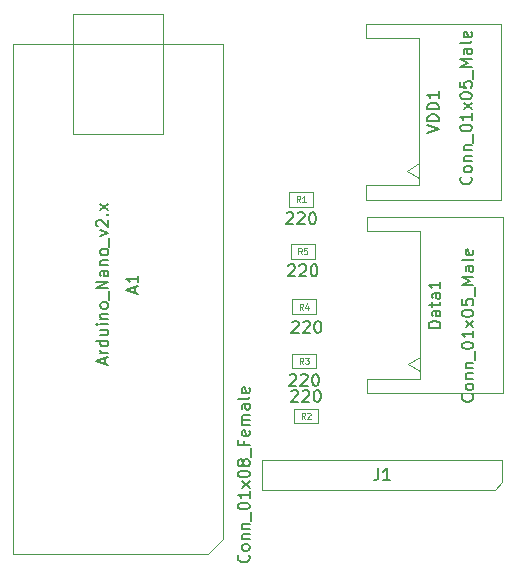
<source format=gbr>
%TF.GenerationSoftware,KiCad,Pcbnew,(6.0.7)*%
%TF.CreationDate,2023-03-11T00:51:03-05:00*%
%TF.ProjectId,GNERAL,474e4552-414c-42e6-9b69-6361645f7063,rev?*%
%TF.SameCoordinates,Original*%
%TF.FileFunction,AssemblyDrawing,Top*%
%FSLAX46Y46*%
G04 Gerber Fmt 4.6, Leading zero omitted, Abs format (unit mm)*
G04 Created by KiCad (PCBNEW (6.0.7)) date 2023-03-11 00:51:03*
%MOMM*%
%LPD*%
G01*
G04 APERTURE LIST*
%ADD10C,0.150000*%
%ADD11C,0.080000*%
%ADD12C,0.100000*%
G04 APERTURE END LIST*
D10*
%TO.C,R5*%
X153611904Y-93767619D02*
X153659523Y-93720000D01*
X153754761Y-93672380D01*
X153992857Y-93672380D01*
X154088095Y-93720000D01*
X154135714Y-93767619D01*
X154183333Y-93862857D01*
X154183333Y-93958095D01*
X154135714Y-94100952D01*
X153564285Y-94672380D01*
X154183333Y-94672380D01*
X154564285Y-93767619D02*
X154611904Y-93720000D01*
X154707142Y-93672380D01*
X154945238Y-93672380D01*
X155040476Y-93720000D01*
X155088095Y-93767619D01*
X155135714Y-93862857D01*
X155135714Y-93958095D01*
X155088095Y-94100952D01*
X154516666Y-94672380D01*
X155135714Y-94672380D01*
X155754761Y-93672380D02*
X155850000Y-93672380D01*
X155945238Y-93720000D01*
X155992857Y-93767619D01*
X156040476Y-93862857D01*
X156088095Y-94053333D01*
X156088095Y-94291428D01*
X156040476Y-94481904D01*
X155992857Y-94577142D01*
X155945238Y-94624761D01*
X155850000Y-94672380D01*
X155754761Y-94672380D01*
X155659523Y-94624761D01*
X155611904Y-94577142D01*
X155564285Y-94481904D01*
X155516666Y-94291428D01*
X155516666Y-94053333D01*
X155564285Y-93862857D01*
X155611904Y-93767619D01*
X155659523Y-93720000D01*
X155754761Y-93672380D01*
D11*
X154766666Y-92796190D02*
X154600000Y-92558095D01*
X154480952Y-92796190D02*
X154480952Y-92296190D01*
X154671428Y-92296190D01*
X154719047Y-92320000D01*
X154742857Y-92343809D01*
X154766666Y-92391428D01*
X154766666Y-92462857D01*
X154742857Y-92510476D01*
X154719047Y-92534285D01*
X154671428Y-92558095D01*
X154480952Y-92558095D01*
X155219047Y-92296190D02*
X154980952Y-92296190D01*
X154957142Y-92534285D01*
X154980952Y-92510476D01*
X155028571Y-92486666D01*
X155147619Y-92486666D01*
X155195238Y-92510476D01*
X155219047Y-92534285D01*
X155242857Y-92581904D01*
X155242857Y-92700952D01*
X155219047Y-92748571D01*
X155195238Y-92772380D01*
X155147619Y-92796190D01*
X155028571Y-92796190D01*
X154980952Y-92772380D01*
X154957142Y-92748571D01*
D10*
%TO.C,A1*%
X138086666Y-102068095D02*
X138086666Y-101591904D01*
X138372380Y-102163333D02*
X137372380Y-101830000D01*
X138372380Y-101496666D01*
X138372380Y-101163333D02*
X137705714Y-101163333D01*
X137896190Y-101163333D02*
X137800952Y-101115714D01*
X137753333Y-101068095D01*
X137705714Y-100972857D01*
X137705714Y-100877619D01*
X138372380Y-100115714D02*
X137372380Y-100115714D01*
X138324761Y-100115714D02*
X138372380Y-100210952D01*
X138372380Y-100401428D01*
X138324761Y-100496666D01*
X138277142Y-100544285D01*
X138181904Y-100591904D01*
X137896190Y-100591904D01*
X137800952Y-100544285D01*
X137753333Y-100496666D01*
X137705714Y-100401428D01*
X137705714Y-100210952D01*
X137753333Y-100115714D01*
X137705714Y-99210952D02*
X138372380Y-99210952D01*
X137705714Y-99639523D02*
X138229523Y-99639523D01*
X138324761Y-99591904D01*
X138372380Y-99496666D01*
X138372380Y-99353809D01*
X138324761Y-99258571D01*
X138277142Y-99210952D01*
X138372380Y-98734761D02*
X137705714Y-98734761D01*
X137372380Y-98734761D02*
X137420000Y-98782380D01*
X137467619Y-98734761D01*
X137420000Y-98687142D01*
X137372380Y-98734761D01*
X137467619Y-98734761D01*
X137705714Y-98258571D02*
X138372380Y-98258571D01*
X137800952Y-98258571D02*
X137753333Y-98210952D01*
X137705714Y-98115714D01*
X137705714Y-97972857D01*
X137753333Y-97877619D01*
X137848571Y-97830000D01*
X138372380Y-97830000D01*
X138372380Y-97210952D02*
X138324761Y-97306190D01*
X138277142Y-97353809D01*
X138181904Y-97401428D01*
X137896190Y-97401428D01*
X137800952Y-97353809D01*
X137753333Y-97306190D01*
X137705714Y-97210952D01*
X137705714Y-97068095D01*
X137753333Y-96972857D01*
X137800952Y-96925238D01*
X137896190Y-96877619D01*
X138181904Y-96877619D01*
X138277142Y-96925238D01*
X138324761Y-96972857D01*
X138372380Y-97068095D01*
X138372380Y-97210952D01*
X138467619Y-96687142D02*
X138467619Y-95925238D01*
X138372380Y-95687142D02*
X137372380Y-95687142D01*
X138372380Y-95115714D01*
X137372380Y-95115714D01*
X138372380Y-94210952D02*
X137848571Y-94210952D01*
X137753333Y-94258571D01*
X137705714Y-94353809D01*
X137705714Y-94544285D01*
X137753333Y-94639523D01*
X138324761Y-94210952D02*
X138372380Y-94306190D01*
X138372380Y-94544285D01*
X138324761Y-94639523D01*
X138229523Y-94687142D01*
X138134285Y-94687142D01*
X138039047Y-94639523D01*
X137991428Y-94544285D01*
X137991428Y-94306190D01*
X137943809Y-94210952D01*
X137705714Y-93734761D02*
X138372380Y-93734761D01*
X137800952Y-93734761D02*
X137753333Y-93687142D01*
X137705714Y-93591904D01*
X137705714Y-93449047D01*
X137753333Y-93353809D01*
X137848571Y-93306190D01*
X138372380Y-93306190D01*
X138372380Y-92687142D02*
X138324761Y-92782380D01*
X138277142Y-92830000D01*
X138181904Y-92877619D01*
X137896190Y-92877619D01*
X137800952Y-92830000D01*
X137753333Y-92782380D01*
X137705714Y-92687142D01*
X137705714Y-92544285D01*
X137753333Y-92449047D01*
X137800952Y-92401428D01*
X137896190Y-92353809D01*
X138181904Y-92353809D01*
X138277142Y-92401428D01*
X138324761Y-92449047D01*
X138372380Y-92544285D01*
X138372380Y-92687142D01*
X138467619Y-92163333D02*
X138467619Y-91401428D01*
X137705714Y-91258571D02*
X138372380Y-91020476D01*
X137705714Y-90782380D01*
X137467619Y-90449047D02*
X137420000Y-90401428D01*
X137372380Y-90306190D01*
X137372380Y-90068095D01*
X137420000Y-89972857D01*
X137467619Y-89925238D01*
X137562857Y-89877619D01*
X137658095Y-89877619D01*
X137800952Y-89925238D01*
X138372380Y-90496666D01*
X138372380Y-89877619D01*
X138277142Y-89449047D02*
X138324761Y-89401428D01*
X138372380Y-89449047D01*
X138324761Y-89496666D01*
X138277142Y-89449047D01*
X138372380Y-89449047D01*
X138372380Y-89068095D02*
X137705714Y-88544285D01*
X137705714Y-89068095D02*
X138372380Y-88544285D01*
X140626666Y-96044285D02*
X140626666Y-95568095D01*
X140912380Y-96139523D02*
X139912380Y-95806190D01*
X140912380Y-95472857D01*
X140912380Y-94615714D02*
X140912380Y-95187142D01*
X140912380Y-94901428D02*
X139912380Y-94901428D01*
X140055238Y-94996666D01*
X140150476Y-95091904D01*
X140198095Y-95187142D01*
%TO.C,R4*%
X153931904Y-98567619D02*
X153979523Y-98520000D01*
X154074761Y-98472380D01*
X154312857Y-98472380D01*
X154408095Y-98520000D01*
X154455714Y-98567619D01*
X154503333Y-98662857D01*
X154503333Y-98758095D01*
X154455714Y-98900952D01*
X153884285Y-99472380D01*
X154503333Y-99472380D01*
X154884285Y-98567619D02*
X154931904Y-98520000D01*
X155027142Y-98472380D01*
X155265238Y-98472380D01*
X155360476Y-98520000D01*
X155408095Y-98567619D01*
X155455714Y-98662857D01*
X155455714Y-98758095D01*
X155408095Y-98900952D01*
X154836666Y-99472380D01*
X155455714Y-99472380D01*
X156074761Y-98472380D02*
X156170000Y-98472380D01*
X156265238Y-98520000D01*
X156312857Y-98567619D01*
X156360476Y-98662857D01*
X156408095Y-98853333D01*
X156408095Y-99091428D01*
X156360476Y-99281904D01*
X156312857Y-99377142D01*
X156265238Y-99424761D01*
X156170000Y-99472380D01*
X156074761Y-99472380D01*
X155979523Y-99424761D01*
X155931904Y-99377142D01*
X155884285Y-99281904D01*
X155836666Y-99091428D01*
X155836666Y-98853333D01*
X155884285Y-98662857D01*
X155931904Y-98567619D01*
X155979523Y-98520000D01*
X156074761Y-98472380D01*
D11*
X154876666Y-97486190D02*
X154710000Y-97248095D01*
X154590952Y-97486190D02*
X154590952Y-96986190D01*
X154781428Y-96986190D01*
X154829047Y-97010000D01*
X154852857Y-97033809D01*
X154876666Y-97081428D01*
X154876666Y-97152857D01*
X154852857Y-97200476D01*
X154829047Y-97224285D01*
X154781428Y-97248095D01*
X154590952Y-97248095D01*
X155305238Y-97152857D02*
X155305238Y-97486190D01*
X155186190Y-96962380D02*
X155067142Y-97319523D01*
X155376666Y-97319523D01*
D10*
%TO.C,R1*%
X153471904Y-89347619D02*
X153519523Y-89300000D01*
X153614761Y-89252380D01*
X153852857Y-89252380D01*
X153948095Y-89300000D01*
X153995714Y-89347619D01*
X154043333Y-89442857D01*
X154043333Y-89538095D01*
X153995714Y-89680952D01*
X153424285Y-90252380D01*
X154043333Y-90252380D01*
X154424285Y-89347619D02*
X154471904Y-89300000D01*
X154567142Y-89252380D01*
X154805238Y-89252380D01*
X154900476Y-89300000D01*
X154948095Y-89347619D01*
X154995714Y-89442857D01*
X154995714Y-89538095D01*
X154948095Y-89680952D01*
X154376666Y-90252380D01*
X154995714Y-90252380D01*
X155614761Y-89252380D02*
X155710000Y-89252380D01*
X155805238Y-89300000D01*
X155852857Y-89347619D01*
X155900476Y-89442857D01*
X155948095Y-89633333D01*
X155948095Y-89871428D01*
X155900476Y-90061904D01*
X155852857Y-90157142D01*
X155805238Y-90204761D01*
X155710000Y-90252380D01*
X155614761Y-90252380D01*
X155519523Y-90204761D01*
X155471904Y-90157142D01*
X155424285Y-90061904D01*
X155376666Y-89871428D01*
X155376666Y-89633333D01*
X155424285Y-89442857D01*
X155471904Y-89347619D01*
X155519523Y-89300000D01*
X155614761Y-89252380D01*
D11*
X154626666Y-88376190D02*
X154460000Y-88138095D01*
X154340952Y-88376190D02*
X154340952Y-87876190D01*
X154531428Y-87876190D01*
X154579047Y-87900000D01*
X154602857Y-87923809D01*
X154626666Y-87971428D01*
X154626666Y-88042857D01*
X154602857Y-88090476D01*
X154579047Y-88114285D01*
X154531428Y-88138095D01*
X154340952Y-88138095D01*
X155102857Y-88376190D02*
X154817142Y-88376190D01*
X154960000Y-88376190D02*
X154960000Y-87876190D01*
X154912380Y-87947619D01*
X154864761Y-87995238D01*
X154817142Y-88019047D01*
D10*
%TO.C,J1*%
X150257142Y-118275714D02*
X150304761Y-118323333D01*
X150352380Y-118466190D01*
X150352380Y-118561428D01*
X150304761Y-118704285D01*
X150209523Y-118799523D01*
X150114285Y-118847142D01*
X149923809Y-118894761D01*
X149780952Y-118894761D01*
X149590476Y-118847142D01*
X149495238Y-118799523D01*
X149400000Y-118704285D01*
X149352380Y-118561428D01*
X149352380Y-118466190D01*
X149400000Y-118323333D01*
X149447619Y-118275714D01*
X150352380Y-117704285D02*
X150304761Y-117799523D01*
X150257142Y-117847142D01*
X150161904Y-117894761D01*
X149876190Y-117894761D01*
X149780952Y-117847142D01*
X149733333Y-117799523D01*
X149685714Y-117704285D01*
X149685714Y-117561428D01*
X149733333Y-117466190D01*
X149780952Y-117418571D01*
X149876190Y-117370952D01*
X150161904Y-117370952D01*
X150257142Y-117418571D01*
X150304761Y-117466190D01*
X150352380Y-117561428D01*
X150352380Y-117704285D01*
X149685714Y-116942380D02*
X150352380Y-116942380D01*
X149780952Y-116942380D02*
X149733333Y-116894761D01*
X149685714Y-116799523D01*
X149685714Y-116656666D01*
X149733333Y-116561428D01*
X149828571Y-116513809D01*
X150352380Y-116513809D01*
X149685714Y-116037619D02*
X150352380Y-116037619D01*
X149780952Y-116037619D02*
X149733333Y-115990000D01*
X149685714Y-115894761D01*
X149685714Y-115751904D01*
X149733333Y-115656666D01*
X149828571Y-115609047D01*
X150352380Y-115609047D01*
X150447619Y-115370952D02*
X150447619Y-114609047D01*
X149352380Y-114180476D02*
X149352380Y-114085238D01*
X149400000Y-113990000D01*
X149447619Y-113942380D01*
X149542857Y-113894761D01*
X149733333Y-113847142D01*
X149971428Y-113847142D01*
X150161904Y-113894761D01*
X150257142Y-113942380D01*
X150304761Y-113990000D01*
X150352380Y-114085238D01*
X150352380Y-114180476D01*
X150304761Y-114275714D01*
X150257142Y-114323333D01*
X150161904Y-114370952D01*
X149971428Y-114418571D01*
X149733333Y-114418571D01*
X149542857Y-114370952D01*
X149447619Y-114323333D01*
X149400000Y-114275714D01*
X149352380Y-114180476D01*
X150352380Y-112894761D02*
X150352380Y-113466190D01*
X150352380Y-113180476D02*
X149352380Y-113180476D01*
X149495238Y-113275714D01*
X149590476Y-113370952D01*
X149638095Y-113466190D01*
X150352380Y-112561428D02*
X149685714Y-112037619D01*
X149685714Y-112561428D02*
X150352380Y-112037619D01*
X149352380Y-111466190D02*
X149352380Y-111370952D01*
X149400000Y-111275714D01*
X149447619Y-111228095D01*
X149542857Y-111180476D01*
X149733333Y-111132857D01*
X149971428Y-111132857D01*
X150161904Y-111180476D01*
X150257142Y-111228095D01*
X150304761Y-111275714D01*
X150352380Y-111370952D01*
X150352380Y-111466190D01*
X150304761Y-111561428D01*
X150257142Y-111609047D01*
X150161904Y-111656666D01*
X149971428Y-111704285D01*
X149733333Y-111704285D01*
X149542857Y-111656666D01*
X149447619Y-111609047D01*
X149400000Y-111561428D01*
X149352380Y-111466190D01*
X149780952Y-110561428D02*
X149733333Y-110656666D01*
X149685714Y-110704285D01*
X149590476Y-110751904D01*
X149542857Y-110751904D01*
X149447619Y-110704285D01*
X149400000Y-110656666D01*
X149352380Y-110561428D01*
X149352380Y-110370952D01*
X149400000Y-110275714D01*
X149447619Y-110228095D01*
X149542857Y-110180476D01*
X149590476Y-110180476D01*
X149685714Y-110228095D01*
X149733333Y-110275714D01*
X149780952Y-110370952D01*
X149780952Y-110561428D01*
X149828571Y-110656666D01*
X149876190Y-110704285D01*
X149971428Y-110751904D01*
X150161904Y-110751904D01*
X150257142Y-110704285D01*
X150304761Y-110656666D01*
X150352380Y-110561428D01*
X150352380Y-110370952D01*
X150304761Y-110275714D01*
X150257142Y-110228095D01*
X150161904Y-110180476D01*
X149971428Y-110180476D01*
X149876190Y-110228095D01*
X149828571Y-110275714D01*
X149780952Y-110370952D01*
X150447619Y-109990000D02*
X150447619Y-109228095D01*
X149828571Y-108656666D02*
X149828571Y-108990000D01*
X150352380Y-108990000D02*
X149352380Y-108990000D01*
X149352380Y-108513809D01*
X150304761Y-107751904D02*
X150352380Y-107847142D01*
X150352380Y-108037619D01*
X150304761Y-108132857D01*
X150209523Y-108180476D01*
X149828571Y-108180476D01*
X149733333Y-108132857D01*
X149685714Y-108037619D01*
X149685714Y-107847142D01*
X149733333Y-107751904D01*
X149828571Y-107704285D01*
X149923809Y-107704285D01*
X150019047Y-108180476D01*
X150352380Y-107275714D02*
X149685714Y-107275714D01*
X149780952Y-107275714D02*
X149733333Y-107228095D01*
X149685714Y-107132857D01*
X149685714Y-106990000D01*
X149733333Y-106894761D01*
X149828571Y-106847142D01*
X150352380Y-106847142D01*
X149828571Y-106847142D02*
X149733333Y-106799523D01*
X149685714Y-106704285D01*
X149685714Y-106561428D01*
X149733333Y-106466190D01*
X149828571Y-106418571D01*
X150352380Y-106418571D01*
X150352380Y-105513809D02*
X149828571Y-105513809D01*
X149733333Y-105561428D01*
X149685714Y-105656666D01*
X149685714Y-105847142D01*
X149733333Y-105942380D01*
X150304761Y-105513809D02*
X150352380Y-105609047D01*
X150352380Y-105847142D01*
X150304761Y-105942380D01*
X150209523Y-105990000D01*
X150114285Y-105990000D01*
X150019047Y-105942380D01*
X149971428Y-105847142D01*
X149971428Y-105609047D01*
X149923809Y-105513809D01*
X150352380Y-104894761D02*
X150304761Y-104990000D01*
X150209523Y-105037619D01*
X149352380Y-105037619D01*
X150304761Y-104132857D02*
X150352380Y-104228095D01*
X150352380Y-104418571D01*
X150304761Y-104513809D01*
X150209523Y-104561428D01*
X149828571Y-104561428D01*
X149733333Y-104513809D01*
X149685714Y-104418571D01*
X149685714Y-104228095D01*
X149733333Y-104132857D01*
X149828571Y-104085238D01*
X149923809Y-104085238D01*
X150019047Y-104561428D01*
X161226666Y-110942380D02*
X161226666Y-111656666D01*
X161179047Y-111799523D01*
X161083809Y-111894761D01*
X160940952Y-111942380D01*
X160845714Y-111942380D01*
X162226666Y-111942380D02*
X161655238Y-111942380D01*
X161940952Y-111942380D02*
X161940952Y-110942380D01*
X161845714Y-111085238D01*
X161750476Y-111180476D01*
X161655238Y-111228095D01*
%TO.C,R2*%
X153871904Y-104407619D02*
X153919523Y-104360000D01*
X154014761Y-104312380D01*
X154252857Y-104312380D01*
X154348095Y-104360000D01*
X154395714Y-104407619D01*
X154443333Y-104502857D01*
X154443333Y-104598095D01*
X154395714Y-104740952D01*
X153824285Y-105312380D01*
X154443333Y-105312380D01*
X154824285Y-104407619D02*
X154871904Y-104360000D01*
X154967142Y-104312380D01*
X155205238Y-104312380D01*
X155300476Y-104360000D01*
X155348095Y-104407619D01*
X155395714Y-104502857D01*
X155395714Y-104598095D01*
X155348095Y-104740952D01*
X154776666Y-105312380D01*
X155395714Y-105312380D01*
X156014761Y-104312380D02*
X156110000Y-104312380D01*
X156205238Y-104360000D01*
X156252857Y-104407619D01*
X156300476Y-104502857D01*
X156348095Y-104693333D01*
X156348095Y-104931428D01*
X156300476Y-105121904D01*
X156252857Y-105217142D01*
X156205238Y-105264761D01*
X156110000Y-105312380D01*
X156014761Y-105312380D01*
X155919523Y-105264761D01*
X155871904Y-105217142D01*
X155824285Y-105121904D01*
X155776666Y-104931428D01*
X155776666Y-104693333D01*
X155824285Y-104502857D01*
X155871904Y-104407619D01*
X155919523Y-104360000D01*
X156014761Y-104312380D01*
D11*
X155026666Y-106736190D02*
X154860000Y-106498095D01*
X154740952Y-106736190D02*
X154740952Y-106236190D01*
X154931428Y-106236190D01*
X154979047Y-106260000D01*
X155002857Y-106283809D01*
X155026666Y-106331428D01*
X155026666Y-106402857D01*
X155002857Y-106450476D01*
X154979047Y-106474285D01*
X154931428Y-106498095D01*
X154740952Y-106498095D01*
X155217142Y-106283809D02*
X155240952Y-106260000D01*
X155288571Y-106236190D01*
X155407619Y-106236190D01*
X155455238Y-106260000D01*
X155479047Y-106283809D01*
X155502857Y-106331428D01*
X155502857Y-106379047D01*
X155479047Y-106450476D01*
X155193333Y-106736190D01*
X155502857Y-106736190D01*
D10*
%TO.C,VDD1*%
X169057142Y-86253333D02*
X169104761Y-86300952D01*
X169152380Y-86443809D01*
X169152380Y-86539047D01*
X169104761Y-86681904D01*
X169009523Y-86777142D01*
X168914285Y-86824761D01*
X168723809Y-86872380D01*
X168580952Y-86872380D01*
X168390476Y-86824761D01*
X168295238Y-86777142D01*
X168200000Y-86681904D01*
X168152380Y-86539047D01*
X168152380Y-86443809D01*
X168200000Y-86300952D01*
X168247619Y-86253333D01*
X169152380Y-85681904D02*
X169104761Y-85777142D01*
X169057142Y-85824761D01*
X168961904Y-85872380D01*
X168676190Y-85872380D01*
X168580952Y-85824761D01*
X168533333Y-85777142D01*
X168485714Y-85681904D01*
X168485714Y-85539047D01*
X168533333Y-85443809D01*
X168580952Y-85396190D01*
X168676190Y-85348571D01*
X168961904Y-85348571D01*
X169057142Y-85396190D01*
X169104761Y-85443809D01*
X169152380Y-85539047D01*
X169152380Y-85681904D01*
X168485714Y-84920000D02*
X169152380Y-84920000D01*
X168580952Y-84920000D02*
X168533333Y-84872380D01*
X168485714Y-84777142D01*
X168485714Y-84634285D01*
X168533333Y-84539047D01*
X168628571Y-84491428D01*
X169152380Y-84491428D01*
X168485714Y-84015238D02*
X169152380Y-84015238D01*
X168580952Y-84015238D02*
X168533333Y-83967619D01*
X168485714Y-83872380D01*
X168485714Y-83729523D01*
X168533333Y-83634285D01*
X168628571Y-83586666D01*
X169152380Y-83586666D01*
X169247619Y-83348571D02*
X169247619Y-82586666D01*
X168152380Y-82158095D02*
X168152380Y-82062857D01*
X168200000Y-81967619D01*
X168247619Y-81920000D01*
X168342857Y-81872380D01*
X168533333Y-81824761D01*
X168771428Y-81824761D01*
X168961904Y-81872380D01*
X169057142Y-81920000D01*
X169104761Y-81967619D01*
X169152380Y-82062857D01*
X169152380Y-82158095D01*
X169104761Y-82253333D01*
X169057142Y-82300952D01*
X168961904Y-82348571D01*
X168771428Y-82396190D01*
X168533333Y-82396190D01*
X168342857Y-82348571D01*
X168247619Y-82300952D01*
X168200000Y-82253333D01*
X168152380Y-82158095D01*
X169152380Y-80872380D02*
X169152380Y-81443809D01*
X169152380Y-81158095D02*
X168152380Y-81158095D01*
X168295238Y-81253333D01*
X168390476Y-81348571D01*
X168438095Y-81443809D01*
X169152380Y-80539047D02*
X168485714Y-80015238D01*
X168485714Y-80539047D02*
X169152380Y-80015238D01*
X168152380Y-79443809D02*
X168152380Y-79348571D01*
X168200000Y-79253333D01*
X168247619Y-79205714D01*
X168342857Y-79158095D01*
X168533333Y-79110476D01*
X168771428Y-79110476D01*
X168961904Y-79158095D01*
X169057142Y-79205714D01*
X169104761Y-79253333D01*
X169152380Y-79348571D01*
X169152380Y-79443809D01*
X169104761Y-79539047D01*
X169057142Y-79586666D01*
X168961904Y-79634285D01*
X168771428Y-79681904D01*
X168533333Y-79681904D01*
X168342857Y-79634285D01*
X168247619Y-79586666D01*
X168200000Y-79539047D01*
X168152380Y-79443809D01*
X168152380Y-78205714D02*
X168152380Y-78681904D01*
X168628571Y-78729523D01*
X168580952Y-78681904D01*
X168533333Y-78586666D01*
X168533333Y-78348571D01*
X168580952Y-78253333D01*
X168628571Y-78205714D01*
X168723809Y-78158095D01*
X168961904Y-78158095D01*
X169057142Y-78205714D01*
X169104761Y-78253333D01*
X169152380Y-78348571D01*
X169152380Y-78586666D01*
X169104761Y-78681904D01*
X169057142Y-78729523D01*
X169247619Y-77967619D02*
X169247619Y-77205714D01*
X169152380Y-76967619D02*
X168152380Y-76967619D01*
X168866666Y-76634285D01*
X168152380Y-76300952D01*
X169152380Y-76300952D01*
X169152380Y-75396190D02*
X168628571Y-75396190D01*
X168533333Y-75443809D01*
X168485714Y-75539047D01*
X168485714Y-75729523D01*
X168533333Y-75824761D01*
X169104761Y-75396190D02*
X169152380Y-75491428D01*
X169152380Y-75729523D01*
X169104761Y-75824761D01*
X169009523Y-75872380D01*
X168914285Y-75872380D01*
X168819047Y-75824761D01*
X168771428Y-75729523D01*
X168771428Y-75491428D01*
X168723809Y-75396190D01*
X169152380Y-74777142D02*
X169104761Y-74872380D01*
X169009523Y-74920000D01*
X168152380Y-74920000D01*
X169104761Y-74015238D02*
X169152380Y-74110476D01*
X169152380Y-74300952D01*
X169104761Y-74396190D01*
X169009523Y-74443809D01*
X168628571Y-74443809D01*
X168533333Y-74396190D01*
X168485714Y-74300952D01*
X168485714Y-74110476D01*
X168533333Y-74015238D01*
X168628571Y-73967619D01*
X168723809Y-73967619D01*
X168819047Y-74443809D01*
X165362380Y-82539523D02*
X166362380Y-82206190D01*
X165362380Y-81872857D01*
X166362380Y-81539523D02*
X165362380Y-81539523D01*
X165362380Y-81301428D01*
X165410000Y-81158571D01*
X165505238Y-81063333D01*
X165600476Y-81015714D01*
X165790952Y-80968095D01*
X165933809Y-80968095D01*
X166124285Y-81015714D01*
X166219523Y-81063333D01*
X166314761Y-81158571D01*
X166362380Y-81301428D01*
X166362380Y-81539523D01*
X166362380Y-80539523D02*
X165362380Y-80539523D01*
X165362380Y-80301428D01*
X165410000Y-80158571D01*
X165505238Y-80063333D01*
X165600476Y-80015714D01*
X165790952Y-79968095D01*
X165933809Y-79968095D01*
X166124285Y-80015714D01*
X166219523Y-80063333D01*
X166314761Y-80158571D01*
X166362380Y-80301428D01*
X166362380Y-80539523D01*
X166362380Y-79015714D02*
X166362380Y-79587142D01*
X166362380Y-79301428D02*
X165362380Y-79301428D01*
X165505238Y-79396666D01*
X165600476Y-79491904D01*
X165648095Y-79587142D01*
%TO.C,R3*%
X153721904Y-103047619D02*
X153769523Y-103000000D01*
X153864761Y-102952380D01*
X154102857Y-102952380D01*
X154198095Y-103000000D01*
X154245714Y-103047619D01*
X154293333Y-103142857D01*
X154293333Y-103238095D01*
X154245714Y-103380952D01*
X153674285Y-103952380D01*
X154293333Y-103952380D01*
X154674285Y-103047619D02*
X154721904Y-103000000D01*
X154817142Y-102952380D01*
X155055238Y-102952380D01*
X155150476Y-103000000D01*
X155198095Y-103047619D01*
X155245714Y-103142857D01*
X155245714Y-103238095D01*
X155198095Y-103380952D01*
X154626666Y-103952380D01*
X155245714Y-103952380D01*
X155864761Y-102952380D02*
X155960000Y-102952380D01*
X156055238Y-103000000D01*
X156102857Y-103047619D01*
X156150476Y-103142857D01*
X156198095Y-103333333D01*
X156198095Y-103571428D01*
X156150476Y-103761904D01*
X156102857Y-103857142D01*
X156055238Y-103904761D01*
X155960000Y-103952380D01*
X155864761Y-103952380D01*
X155769523Y-103904761D01*
X155721904Y-103857142D01*
X155674285Y-103761904D01*
X155626666Y-103571428D01*
X155626666Y-103333333D01*
X155674285Y-103142857D01*
X155721904Y-103047619D01*
X155769523Y-103000000D01*
X155864761Y-102952380D01*
D11*
X154876666Y-102076190D02*
X154710000Y-101838095D01*
X154590952Y-102076190D02*
X154590952Y-101576190D01*
X154781428Y-101576190D01*
X154829047Y-101600000D01*
X154852857Y-101623809D01*
X154876666Y-101671428D01*
X154876666Y-101742857D01*
X154852857Y-101790476D01*
X154829047Y-101814285D01*
X154781428Y-101838095D01*
X154590952Y-101838095D01*
X155043333Y-101576190D02*
X155352857Y-101576190D01*
X155186190Y-101766666D01*
X155257619Y-101766666D01*
X155305238Y-101790476D01*
X155329047Y-101814285D01*
X155352857Y-101861904D01*
X155352857Y-101980952D01*
X155329047Y-102028571D01*
X155305238Y-102052380D01*
X155257619Y-102076190D01*
X155114761Y-102076190D01*
X155067142Y-102052380D01*
X155043333Y-102028571D01*
D10*
%TO.C,Data1*%
X169197142Y-104663333D02*
X169244761Y-104710952D01*
X169292380Y-104853809D01*
X169292380Y-104949047D01*
X169244761Y-105091904D01*
X169149523Y-105187142D01*
X169054285Y-105234761D01*
X168863809Y-105282380D01*
X168720952Y-105282380D01*
X168530476Y-105234761D01*
X168435238Y-105187142D01*
X168340000Y-105091904D01*
X168292380Y-104949047D01*
X168292380Y-104853809D01*
X168340000Y-104710952D01*
X168387619Y-104663333D01*
X169292380Y-104091904D02*
X169244761Y-104187142D01*
X169197142Y-104234761D01*
X169101904Y-104282380D01*
X168816190Y-104282380D01*
X168720952Y-104234761D01*
X168673333Y-104187142D01*
X168625714Y-104091904D01*
X168625714Y-103949047D01*
X168673333Y-103853809D01*
X168720952Y-103806190D01*
X168816190Y-103758571D01*
X169101904Y-103758571D01*
X169197142Y-103806190D01*
X169244761Y-103853809D01*
X169292380Y-103949047D01*
X169292380Y-104091904D01*
X168625714Y-103330000D02*
X169292380Y-103330000D01*
X168720952Y-103330000D02*
X168673333Y-103282380D01*
X168625714Y-103187142D01*
X168625714Y-103044285D01*
X168673333Y-102949047D01*
X168768571Y-102901428D01*
X169292380Y-102901428D01*
X168625714Y-102425238D02*
X169292380Y-102425238D01*
X168720952Y-102425238D02*
X168673333Y-102377619D01*
X168625714Y-102282380D01*
X168625714Y-102139523D01*
X168673333Y-102044285D01*
X168768571Y-101996666D01*
X169292380Y-101996666D01*
X169387619Y-101758571D02*
X169387619Y-100996666D01*
X168292380Y-100568095D02*
X168292380Y-100472857D01*
X168340000Y-100377619D01*
X168387619Y-100330000D01*
X168482857Y-100282380D01*
X168673333Y-100234761D01*
X168911428Y-100234761D01*
X169101904Y-100282380D01*
X169197142Y-100330000D01*
X169244761Y-100377619D01*
X169292380Y-100472857D01*
X169292380Y-100568095D01*
X169244761Y-100663333D01*
X169197142Y-100710952D01*
X169101904Y-100758571D01*
X168911428Y-100806190D01*
X168673333Y-100806190D01*
X168482857Y-100758571D01*
X168387619Y-100710952D01*
X168340000Y-100663333D01*
X168292380Y-100568095D01*
X169292380Y-99282380D02*
X169292380Y-99853809D01*
X169292380Y-99568095D02*
X168292380Y-99568095D01*
X168435238Y-99663333D01*
X168530476Y-99758571D01*
X168578095Y-99853809D01*
X169292380Y-98949047D02*
X168625714Y-98425238D01*
X168625714Y-98949047D02*
X169292380Y-98425238D01*
X168292380Y-97853809D02*
X168292380Y-97758571D01*
X168340000Y-97663333D01*
X168387619Y-97615714D01*
X168482857Y-97568095D01*
X168673333Y-97520476D01*
X168911428Y-97520476D01*
X169101904Y-97568095D01*
X169197142Y-97615714D01*
X169244761Y-97663333D01*
X169292380Y-97758571D01*
X169292380Y-97853809D01*
X169244761Y-97949047D01*
X169197142Y-97996666D01*
X169101904Y-98044285D01*
X168911428Y-98091904D01*
X168673333Y-98091904D01*
X168482857Y-98044285D01*
X168387619Y-97996666D01*
X168340000Y-97949047D01*
X168292380Y-97853809D01*
X168292380Y-96615714D02*
X168292380Y-97091904D01*
X168768571Y-97139523D01*
X168720952Y-97091904D01*
X168673333Y-96996666D01*
X168673333Y-96758571D01*
X168720952Y-96663333D01*
X168768571Y-96615714D01*
X168863809Y-96568095D01*
X169101904Y-96568095D01*
X169197142Y-96615714D01*
X169244761Y-96663333D01*
X169292380Y-96758571D01*
X169292380Y-96996666D01*
X169244761Y-97091904D01*
X169197142Y-97139523D01*
X169387619Y-96377619D02*
X169387619Y-95615714D01*
X169292380Y-95377619D02*
X168292380Y-95377619D01*
X169006666Y-95044285D01*
X168292380Y-94710952D01*
X169292380Y-94710952D01*
X169292380Y-93806190D02*
X168768571Y-93806190D01*
X168673333Y-93853809D01*
X168625714Y-93949047D01*
X168625714Y-94139523D01*
X168673333Y-94234761D01*
X169244761Y-93806190D02*
X169292380Y-93901428D01*
X169292380Y-94139523D01*
X169244761Y-94234761D01*
X169149523Y-94282380D01*
X169054285Y-94282380D01*
X168959047Y-94234761D01*
X168911428Y-94139523D01*
X168911428Y-93901428D01*
X168863809Y-93806190D01*
X169292380Y-93187142D02*
X169244761Y-93282380D01*
X169149523Y-93330000D01*
X168292380Y-93330000D01*
X169244761Y-92425238D02*
X169292380Y-92520476D01*
X169292380Y-92710952D01*
X169244761Y-92806190D01*
X169149523Y-92853809D01*
X168768571Y-92853809D01*
X168673333Y-92806190D01*
X168625714Y-92710952D01*
X168625714Y-92520476D01*
X168673333Y-92425238D01*
X168768571Y-92377619D01*
X168863809Y-92377619D01*
X168959047Y-92853809D01*
X166492380Y-99028571D02*
X165492380Y-99028571D01*
X165492380Y-98790476D01*
X165540000Y-98647619D01*
X165635238Y-98552380D01*
X165730476Y-98504761D01*
X165920952Y-98457142D01*
X166063809Y-98457142D01*
X166254285Y-98504761D01*
X166349523Y-98552380D01*
X166444761Y-98647619D01*
X166492380Y-98790476D01*
X166492380Y-99028571D01*
X166492380Y-97600000D02*
X165968571Y-97600000D01*
X165873333Y-97647619D01*
X165825714Y-97742857D01*
X165825714Y-97933333D01*
X165873333Y-98028571D01*
X166444761Y-97600000D02*
X166492380Y-97695238D01*
X166492380Y-97933333D01*
X166444761Y-98028571D01*
X166349523Y-98076190D01*
X166254285Y-98076190D01*
X166159047Y-98028571D01*
X166111428Y-97933333D01*
X166111428Y-97695238D01*
X166063809Y-97600000D01*
X165825714Y-97266666D02*
X165825714Y-96885714D01*
X165492380Y-97123809D02*
X166349523Y-97123809D01*
X166444761Y-97076190D01*
X166492380Y-96980952D01*
X166492380Y-96885714D01*
X166492380Y-96123809D02*
X165968571Y-96123809D01*
X165873333Y-96171428D01*
X165825714Y-96266666D01*
X165825714Y-96457142D01*
X165873333Y-96552380D01*
X166444761Y-96123809D02*
X166492380Y-96219047D01*
X166492380Y-96457142D01*
X166444761Y-96552380D01*
X166349523Y-96600000D01*
X166254285Y-96600000D01*
X166159047Y-96552380D01*
X166111428Y-96457142D01*
X166111428Y-96219047D01*
X166063809Y-96123809D01*
X166492380Y-95123809D02*
X166492380Y-95695238D01*
X166492380Y-95409523D02*
X165492380Y-95409523D01*
X165635238Y-95504761D01*
X165730476Y-95600000D01*
X165778095Y-95695238D01*
D12*
%TO.C,R5*%
X155850000Y-91945000D02*
X155850000Y-93195000D01*
X153850000Y-91945000D02*
X155850000Y-91945000D01*
X155850000Y-93195000D02*
X153850000Y-93195000D01*
X153850000Y-93195000D02*
X153850000Y-91945000D01*
%TO.C,A1*%
X135380000Y-72470000D02*
X143000000Y-72470000D01*
X148080000Y-116920000D02*
X146810000Y-118190000D01*
X135380000Y-82630000D02*
X135380000Y-72470000D01*
X130300000Y-75010000D02*
X148080000Y-75010000D01*
X148080000Y-75010000D02*
X148080000Y-116920000D01*
X130300000Y-118190000D02*
X130300000Y-75010000D01*
X146810000Y-118190000D02*
X130300000Y-118190000D01*
X143000000Y-82630000D02*
X135380000Y-82630000D01*
X143000000Y-72470000D02*
X143000000Y-82630000D01*
%TO.C,R4*%
X153960000Y-97885000D02*
X153960000Y-96635000D01*
X155960000Y-96635000D02*
X155960000Y-97885000D01*
X155960000Y-97885000D02*
X153960000Y-97885000D01*
X153960000Y-96635000D02*
X155960000Y-96635000D01*
%TO.C,R1*%
X155710000Y-87525000D02*
X155710000Y-88775000D01*
X155710000Y-88775000D02*
X153710000Y-88775000D01*
X153710000Y-88775000D02*
X153710000Y-87525000D01*
X153710000Y-87525000D02*
X155710000Y-87525000D01*
%TO.C,J1*%
X151400000Y-112760000D02*
X151400000Y-110220000D01*
X171720000Y-112125000D02*
X171085000Y-112760000D01*
X171720000Y-110220000D02*
X171720000Y-112125000D01*
X151400000Y-110220000D02*
X171720000Y-110220000D01*
X171085000Y-112760000D02*
X151400000Y-112760000D01*
%TO.C,R2*%
X156110000Y-107135000D02*
X154110000Y-107135000D01*
X154110000Y-107135000D02*
X154110000Y-105885000D01*
X154110000Y-105885000D02*
X156110000Y-105885000D01*
X156110000Y-105885000D02*
X156110000Y-107135000D01*
%TO.C,VDD1*%
X163660000Y-85730000D02*
X164660000Y-85105000D01*
X171660000Y-80730000D02*
X171660000Y-73280000D01*
X164660000Y-86980000D02*
X164660000Y-80730000D01*
X164660000Y-74480000D02*
X164660000Y-80730000D01*
X171660000Y-88180000D02*
X160160000Y-88180000D01*
X160160000Y-88180000D02*
X160160000Y-86980000D01*
X171660000Y-73280000D02*
X160160000Y-73280000D01*
X164660000Y-86355000D02*
X163660000Y-85730000D01*
X160160000Y-86980000D02*
X164660000Y-86980000D01*
X160160000Y-73280000D02*
X160160000Y-74480000D01*
X171660000Y-80730000D02*
X171660000Y-88180000D01*
X160160000Y-74480000D02*
X164660000Y-74480000D01*
%TO.C,R3*%
X155960000Y-101225000D02*
X155960000Y-102475000D01*
X155960000Y-102475000D02*
X153960000Y-102475000D01*
X153960000Y-102475000D02*
X153960000Y-101225000D01*
X153960000Y-101225000D02*
X155960000Y-101225000D01*
%TO.C,Data1*%
X160290000Y-104550000D02*
X160290000Y-103350000D01*
X171790000Y-97100000D02*
X171790000Y-104550000D01*
X160290000Y-90850000D02*
X164790000Y-90850000D01*
X164790000Y-102725000D02*
X163790000Y-102100000D01*
X164790000Y-103350000D02*
X164790000Y-97100000D01*
X171790000Y-89650000D02*
X160290000Y-89650000D01*
X164790000Y-90850000D02*
X164790000Y-97100000D01*
X160290000Y-89650000D02*
X160290000Y-90850000D01*
X163790000Y-102100000D02*
X164790000Y-101475000D01*
X160290000Y-103350000D02*
X164790000Y-103350000D01*
X171790000Y-104550000D02*
X160290000Y-104550000D01*
X171790000Y-97100000D02*
X171790000Y-89650000D01*
%TD*%
M02*

</source>
